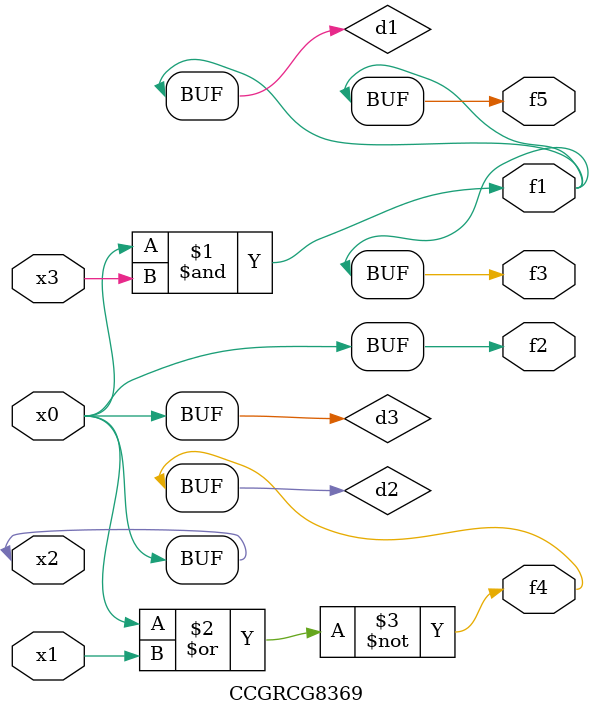
<source format=v>
module CCGRCG8369(
	input x0, x1, x2, x3,
	output f1, f2, f3, f4, f5
);

	wire d1, d2, d3;

	and (d1, x2, x3);
	nor (d2, x0, x1);
	buf (d3, x0, x2);
	assign f1 = d1;
	assign f2 = d3;
	assign f3 = d1;
	assign f4 = d2;
	assign f5 = d1;
endmodule

</source>
